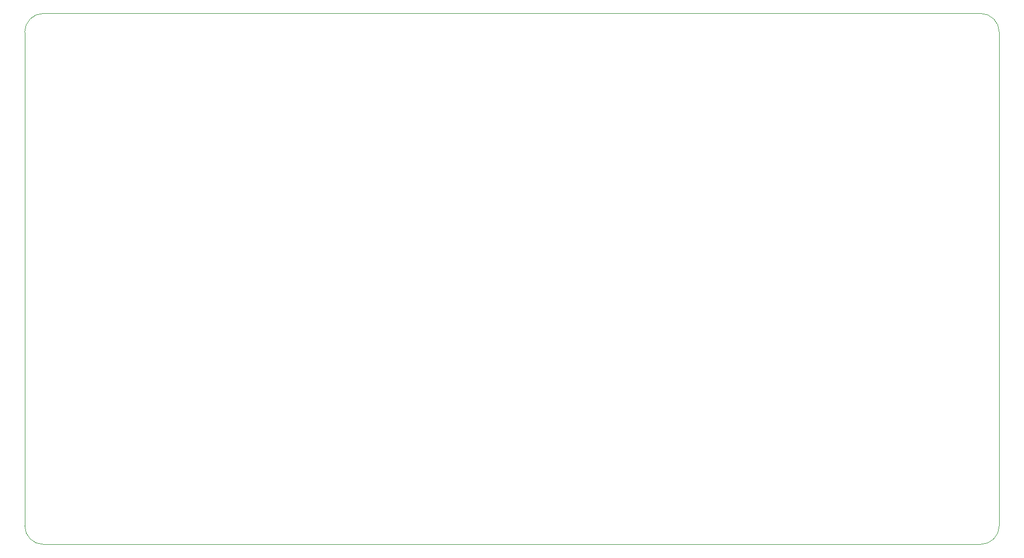
<source format=gbr>
%TF.GenerationSoftware,KiCad,Pcbnew,6.0.11*%
%TF.CreationDate,2023-02-03T09:16:36-05:00*%
%TF.ProjectId,PhasedArrayReceiver,50686173-6564-4417-9272-617952656365,rev?*%
%TF.SameCoordinates,Original*%
%TF.FileFunction,Profile,NP*%
%FSLAX46Y46*%
G04 Gerber Fmt 4.6, Leading zero omitted, Abs format (unit mm)*
G04 Created by KiCad (PCBNEW 6.0.11) date 2023-02-03 09:16:36*
%MOMM*%
%LPD*%
G01*
G04 APERTURE LIST*
%TA.AperFunction,Profile*%
%ADD10C,0.100000*%
%TD*%
G04 APERTURE END LIST*
D10*
X72000000Y-50000000D02*
X72000000Y-129000000D01*
X72000000Y-129000000D02*
G75*
G03*
X75000000Y-132000000I3000001J1D01*
G01*
X75000000Y-132000000D02*
X225000000Y-132000000D01*
X225000000Y-132000000D02*
G75*
G03*
X228000000Y-129000000I-1J3000001D01*
G01*
X228000000Y-124000000D02*
X228000000Y-129000000D01*
X228000000Y-50000000D02*
X228000000Y-124000000D01*
X75000000Y-47000000D02*
G75*
G03*
X72000000Y-50000000I1J-3000001D01*
G01*
X75000000Y-47000000D02*
X225000000Y-47000000D01*
X228000000Y-50000000D02*
G75*
G03*
X225000000Y-47000000I-3000000J0D01*
G01*
M02*

</source>
